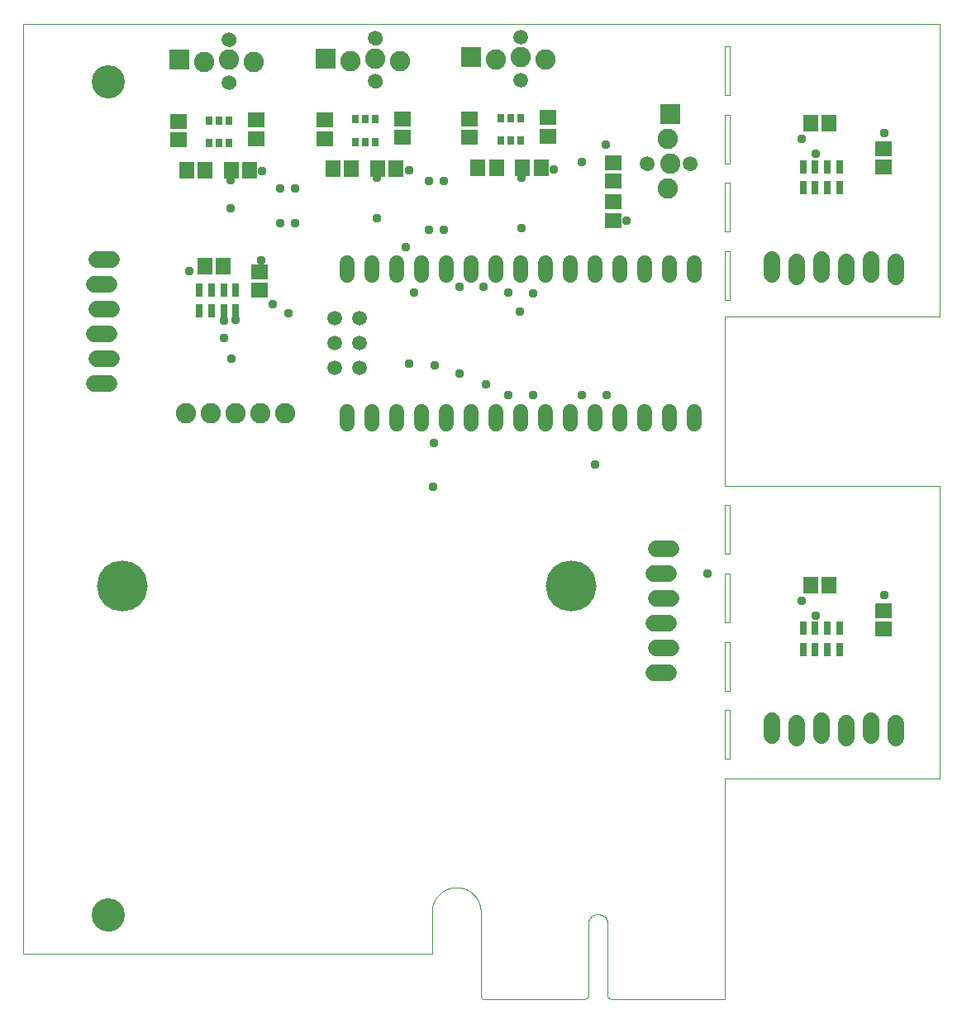
<source format=gts>
G04 EAGLE Gerber RS-274X export*
G75*
%MOMM*%
%FSLAX34Y34*%
%LPD*%
%INSolder Mask top*%
%IPPOS*%
%AMOC8*
5,1,8,0,0,1.08239X$1,22.5*%
G01*
%ADD10C,0.000000*%
%ADD11C,3.403200*%
%ADD12C,0.000003*%
%ADD13R,0.753200X1.353200*%
%ADD14C,1.511200*%
%ADD15C,1.511200*%
%ADD16R,1.703200X1.503200*%
%ADD17R,1.503200X1.703200*%
%ADD18C,1.727200*%
%ADD19R,2.082800X2.082800*%
%ADD20C,2.082800*%
%ADD21C,1.503200*%
%ADD22R,0.711200X0.903200*%
%ADD23C,5.203200*%
%ADD24C,0.959600*%


D10*
X-317900Y87150D02*
X-317895Y87543D01*
X-317881Y87935D01*
X-317857Y88327D01*
X-317823Y88718D01*
X-317780Y89109D01*
X-317727Y89498D01*
X-317664Y89885D01*
X-317593Y90271D01*
X-317511Y90656D01*
X-317421Y91038D01*
X-317320Y91417D01*
X-317211Y91795D01*
X-317092Y92169D01*
X-316965Y92540D01*
X-316828Y92908D01*
X-316682Y93273D01*
X-316527Y93634D01*
X-316364Y93991D01*
X-316192Y94344D01*
X-316011Y94692D01*
X-315821Y95036D01*
X-315624Y95376D01*
X-315418Y95710D01*
X-315204Y96039D01*
X-314981Y96363D01*
X-314751Y96681D01*
X-314514Y96994D01*
X-314268Y97300D01*
X-314015Y97601D01*
X-313755Y97895D01*
X-313488Y98183D01*
X-313214Y98464D01*
X-312933Y98738D01*
X-312645Y99005D01*
X-312351Y99265D01*
X-312050Y99518D01*
X-311744Y99764D01*
X-311431Y100001D01*
X-311113Y100231D01*
X-310789Y100454D01*
X-310460Y100668D01*
X-310126Y100874D01*
X-309786Y101071D01*
X-309442Y101261D01*
X-309094Y101442D01*
X-308741Y101614D01*
X-308384Y101777D01*
X-308023Y101932D01*
X-307658Y102078D01*
X-307290Y102215D01*
X-306919Y102342D01*
X-306545Y102461D01*
X-306167Y102570D01*
X-305788Y102671D01*
X-305406Y102761D01*
X-305021Y102843D01*
X-304635Y102914D01*
X-304248Y102977D01*
X-303859Y103030D01*
X-303468Y103073D01*
X-303077Y103107D01*
X-302685Y103131D01*
X-302293Y103145D01*
X-301900Y103150D01*
X-301507Y103145D01*
X-301115Y103131D01*
X-300723Y103107D01*
X-300332Y103073D01*
X-299941Y103030D01*
X-299552Y102977D01*
X-299165Y102914D01*
X-298779Y102843D01*
X-298394Y102761D01*
X-298012Y102671D01*
X-297633Y102570D01*
X-297255Y102461D01*
X-296881Y102342D01*
X-296510Y102215D01*
X-296142Y102078D01*
X-295777Y101932D01*
X-295416Y101777D01*
X-295059Y101614D01*
X-294706Y101442D01*
X-294358Y101261D01*
X-294014Y101071D01*
X-293674Y100874D01*
X-293340Y100668D01*
X-293011Y100454D01*
X-292687Y100231D01*
X-292369Y100001D01*
X-292056Y99764D01*
X-291750Y99518D01*
X-291449Y99265D01*
X-291155Y99005D01*
X-290867Y98738D01*
X-290586Y98464D01*
X-290312Y98183D01*
X-290045Y97895D01*
X-289785Y97601D01*
X-289532Y97300D01*
X-289286Y96994D01*
X-289049Y96681D01*
X-288819Y96363D01*
X-288596Y96039D01*
X-288382Y95710D01*
X-288176Y95376D01*
X-287979Y95036D01*
X-287789Y94692D01*
X-287608Y94344D01*
X-287436Y93991D01*
X-287273Y93634D01*
X-287118Y93273D01*
X-286972Y92908D01*
X-286835Y92540D01*
X-286708Y92169D01*
X-286589Y91795D01*
X-286480Y91417D01*
X-286379Y91038D01*
X-286289Y90656D01*
X-286207Y90271D01*
X-286136Y89885D01*
X-286073Y89498D01*
X-286020Y89109D01*
X-285977Y88718D01*
X-285943Y88327D01*
X-285919Y87935D01*
X-285905Y87543D01*
X-285900Y87150D01*
X-285905Y86757D01*
X-285919Y86365D01*
X-285943Y85973D01*
X-285977Y85582D01*
X-286020Y85191D01*
X-286073Y84802D01*
X-286136Y84415D01*
X-286207Y84029D01*
X-286289Y83644D01*
X-286379Y83262D01*
X-286480Y82883D01*
X-286589Y82505D01*
X-286708Y82131D01*
X-286835Y81760D01*
X-286972Y81392D01*
X-287118Y81027D01*
X-287273Y80666D01*
X-287436Y80309D01*
X-287608Y79956D01*
X-287789Y79608D01*
X-287979Y79264D01*
X-288176Y78924D01*
X-288382Y78590D01*
X-288596Y78261D01*
X-288819Y77937D01*
X-289049Y77619D01*
X-289286Y77306D01*
X-289532Y77000D01*
X-289785Y76699D01*
X-290045Y76405D01*
X-290312Y76117D01*
X-290586Y75836D01*
X-290867Y75562D01*
X-291155Y75295D01*
X-291449Y75035D01*
X-291750Y74782D01*
X-292056Y74536D01*
X-292369Y74299D01*
X-292687Y74069D01*
X-293011Y73846D01*
X-293340Y73632D01*
X-293674Y73426D01*
X-294014Y73229D01*
X-294358Y73039D01*
X-294706Y72858D01*
X-295059Y72686D01*
X-295416Y72523D01*
X-295777Y72368D01*
X-296142Y72222D01*
X-296510Y72085D01*
X-296881Y71958D01*
X-297255Y71839D01*
X-297633Y71730D01*
X-298012Y71629D01*
X-298394Y71539D01*
X-298779Y71457D01*
X-299165Y71386D01*
X-299552Y71323D01*
X-299941Y71270D01*
X-300332Y71227D01*
X-300723Y71193D01*
X-301115Y71169D01*
X-301507Y71155D01*
X-301900Y71150D01*
X-302293Y71155D01*
X-302685Y71169D01*
X-303077Y71193D01*
X-303468Y71227D01*
X-303859Y71270D01*
X-304248Y71323D01*
X-304635Y71386D01*
X-305021Y71457D01*
X-305406Y71539D01*
X-305788Y71629D01*
X-306167Y71730D01*
X-306545Y71839D01*
X-306919Y71958D01*
X-307290Y72085D01*
X-307658Y72222D01*
X-308023Y72368D01*
X-308384Y72523D01*
X-308741Y72686D01*
X-309094Y72858D01*
X-309442Y73039D01*
X-309786Y73229D01*
X-310126Y73426D01*
X-310460Y73632D01*
X-310789Y73846D01*
X-311113Y74069D01*
X-311431Y74299D01*
X-311744Y74536D01*
X-312050Y74782D01*
X-312351Y75035D01*
X-312645Y75295D01*
X-312933Y75562D01*
X-313214Y75836D01*
X-313488Y76117D01*
X-313755Y76405D01*
X-314015Y76699D01*
X-314268Y77000D01*
X-314514Y77306D01*
X-314751Y77619D01*
X-314981Y77937D01*
X-315204Y78261D01*
X-315418Y78590D01*
X-315624Y78924D01*
X-315821Y79264D01*
X-316011Y79608D01*
X-316192Y79956D01*
X-316364Y80309D01*
X-316527Y80666D01*
X-316682Y81027D01*
X-316828Y81392D01*
X-316965Y81760D01*
X-317092Y82131D01*
X-317211Y82505D01*
X-317320Y82883D01*
X-317421Y83262D01*
X-317511Y83644D01*
X-317593Y84029D01*
X-317664Y84415D01*
X-317727Y84802D01*
X-317780Y85191D01*
X-317823Y85582D01*
X-317857Y85973D01*
X-317881Y86365D01*
X-317895Y86757D01*
X-317900Y87150D01*
D11*
X-301900Y87150D03*
D10*
X-317900Y941050D02*
X-317895Y941443D01*
X-317881Y941835D01*
X-317857Y942227D01*
X-317823Y942618D01*
X-317780Y943009D01*
X-317727Y943398D01*
X-317664Y943785D01*
X-317593Y944171D01*
X-317511Y944556D01*
X-317421Y944938D01*
X-317320Y945317D01*
X-317211Y945695D01*
X-317092Y946069D01*
X-316965Y946440D01*
X-316828Y946808D01*
X-316682Y947173D01*
X-316527Y947534D01*
X-316364Y947891D01*
X-316192Y948244D01*
X-316011Y948592D01*
X-315821Y948936D01*
X-315624Y949276D01*
X-315418Y949610D01*
X-315204Y949939D01*
X-314981Y950263D01*
X-314751Y950581D01*
X-314514Y950894D01*
X-314268Y951200D01*
X-314015Y951501D01*
X-313755Y951795D01*
X-313488Y952083D01*
X-313214Y952364D01*
X-312933Y952638D01*
X-312645Y952905D01*
X-312351Y953165D01*
X-312050Y953418D01*
X-311744Y953664D01*
X-311431Y953901D01*
X-311113Y954131D01*
X-310789Y954354D01*
X-310460Y954568D01*
X-310126Y954774D01*
X-309786Y954971D01*
X-309442Y955161D01*
X-309094Y955342D01*
X-308741Y955514D01*
X-308384Y955677D01*
X-308023Y955832D01*
X-307658Y955978D01*
X-307290Y956115D01*
X-306919Y956242D01*
X-306545Y956361D01*
X-306167Y956470D01*
X-305788Y956571D01*
X-305406Y956661D01*
X-305021Y956743D01*
X-304635Y956814D01*
X-304248Y956877D01*
X-303859Y956930D01*
X-303468Y956973D01*
X-303077Y957007D01*
X-302685Y957031D01*
X-302293Y957045D01*
X-301900Y957050D01*
X-301507Y957045D01*
X-301115Y957031D01*
X-300723Y957007D01*
X-300332Y956973D01*
X-299941Y956930D01*
X-299552Y956877D01*
X-299165Y956814D01*
X-298779Y956743D01*
X-298394Y956661D01*
X-298012Y956571D01*
X-297633Y956470D01*
X-297255Y956361D01*
X-296881Y956242D01*
X-296510Y956115D01*
X-296142Y955978D01*
X-295777Y955832D01*
X-295416Y955677D01*
X-295059Y955514D01*
X-294706Y955342D01*
X-294358Y955161D01*
X-294014Y954971D01*
X-293674Y954774D01*
X-293340Y954568D01*
X-293011Y954354D01*
X-292687Y954131D01*
X-292369Y953901D01*
X-292056Y953664D01*
X-291750Y953418D01*
X-291449Y953165D01*
X-291155Y952905D01*
X-290867Y952638D01*
X-290586Y952364D01*
X-290312Y952083D01*
X-290045Y951795D01*
X-289785Y951501D01*
X-289532Y951200D01*
X-289286Y950894D01*
X-289049Y950581D01*
X-288819Y950263D01*
X-288596Y949939D01*
X-288382Y949610D01*
X-288176Y949276D01*
X-287979Y948936D01*
X-287789Y948592D01*
X-287608Y948244D01*
X-287436Y947891D01*
X-287273Y947534D01*
X-287118Y947173D01*
X-286972Y946808D01*
X-286835Y946440D01*
X-286708Y946069D01*
X-286589Y945695D01*
X-286480Y945317D01*
X-286379Y944938D01*
X-286289Y944556D01*
X-286207Y944171D01*
X-286136Y943785D01*
X-286073Y943398D01*
X-286020Y943009D01*
X-285977Y942618D01*
X-285943Y942227D01*
X-285919Y941835D01*
X-285905Y941443D01*
X-285900Y941050D01*
X-285905Y940657D01*
X-285919Y940265D01*
X-285943Y939873D01*
X-285977Y939482D01*
X-286020Y939091D01*
X-286073Y938702D01*
X-286136Y938315D01*
X-286207Y937929D01*
X-286289Y937544D01*
X-286379Y937162D01*
X-286480Y936783D01*
X-286589Y936405D01*
X-286708Y936031D01*
X-286835Y935660D01*
X-286972Y935292D01*
X-287118Y934927D01*
X-287273Y934566D01*
X-287436Y934209D01*
X-287608Y933856D01*
X-287789Y933508D01*
X-287979Y933164D01*
X-288176Y932824D01*
X-288382Y932490D01*
X-288596Y932161D01*
X-288819Y931837D01*
X-289049Y931519D01*
X-289286Y931206D01*
X-289532Y930900D01*
X-289785Y930599D01*
X-290045Y930305D01*
X-290312Y930017D01*
X-290586Y929736D01*
X-290867Y929462D01*
X-291155Y929195D01*
X-291449Y928935D01*
X-291750Y928682D01*
X-292056Y928436D01*
X-292369Y928199D01*
X-292687Y927969D01*
X-293011Y927746D01*
X-293340Y927532D01*
X-293674Y927326D01*
X-294014Y927129D01*
X-294358Y926939D01*
X-294706Y926758D01*
X-295059Y926586D01*
X-295416Y926423D01*
X-295777Y926268D01*
X-296142Y926122D01*
X-296510Y925985D01*
X-296881Y925858D01*
X-297255Y925739D01*
X-297633Y925630D01*
X-298012Y925529D01*
X-298394Y925439D01*
X-298779Y925357D01*
X-299165Y925286D01*
X-299552Y925223D01*
X-299941Y925170D01*
X-300332Y925127D01*
X-300723Y925093D01*
X-301115Y925069D01*
X-301507Y925055D01*
X-301900Y925050D01*
X-302293Y925055D01*
X-302685Y925069D01*
X-303077Y925093D01*
X-303468Y925127D01*
X-303859Y925170D01*
X-304248Y925223D01*
X-304635Y925286D01*
X-305021Y925357D01*
X-305406Y925439D01*
X-305788Y925529D01*
X-306167Y925630D01*
X-306545Y925739D01*
X-306919Y925858D01*
X-307290Y925985D01*
X-307658Y926122D01*
X-308023Y926268D01*
X-308384Y926423D01*
X-308741Y926586D01*
X-309094Y926758D01*
X-309442Y926939D01*
X-309786Y927129D01*
X-310126Y927326D01*
X-310460Y927532D01*
X-310789Y927746D01*
X-311113Y927969D01*
X-311431Y928199D01*
X-311744Y928436D01*
X-312050Y928682D01*
X-312351Y928935D01*
X-312645Y929195D01*
X-312933Y929462D01*
X-313214Y929736D01*
X-313488Y930017D01*
X-313755Y930305D01*
X-314015Y930599D01*
X-314268Y930900D01*
X-314514Y931206D01*
X-314751Y931519D01*
X-314981Y931837D01*
X-315204Y932161D01*
X-315418Y932490D01*
X-315624Y932824D01*
X-315821Y933164D01*
X-316011Y933508D01*
X-316192Y933856D01*
X-316364Y934209D01*
X-316527Y934566D01*
X-316682Y934927D01*
X-316828Y935292D01*
X-316965Y935660D01*
X-317092Y936031D01*
X-317211Y936405D01*
X-317320Y936783D01*
X-317421Y937162D01*
X-317511Y937544D01*
X-317593Y937929D01*
X-317664Y938315D01*
X-317727Y938702D01*
X-317780Y939091D01*
X-317823Y939482D01*
X-317857Y939873D01*
X-317881Y940265D01*
X-317895Y940657D01*
X-317900Y941050D01*
D11*
X-301900Y941050D03*
D12*
X79900Y90500D02*
X79900Y3500D01*
X81900Y500D01*
X186900Y500D01*
X209900Y3500D02*
X209900Y78000D01*
X189900Y3500D02*
X186900Y500D01*
X209900Y3500D02*
X212900Y500D01*
X330000Y500D01*
X209900Y78000D02*
X209897Y78244D01*
X209888Y78487D01*
X209873Y78730D01*
X209853Y78973D01*
X209826Y79215D01*
X209793Y79456D01*
X209755Y79696D01*
X209711Y79936D01*
X209661Y80174D01*
X209605Y80411D01*
X209543Y80647D01*
X209476Y80881D01*
X209403Y81113D01*
X209324Y81344D01*
X209240Y81572D01*
X209150Y81799D01*
X209055Y82023D01*
X208954Y82245D01*
X208848Y82464D01*
X208737Y82680D01*
X208620Y82894D01*
X208499Y83105D01*
X208372Y83313D01*
X208240Y83518D01*
X208103Y83719D01*
X207961Y83917D01*
X207815Y84112D01*
X207664Y84303D01*
X207508Y84490D01*
X207348Y84673D01*
X207183Y84853D01*
X207014Y85028D01*
X206841Y85199D01*
X206663Y85366D01*
X206482Y85528D01*
X206297Y85686D01*
X206108Y85840D01*
X205915Y85989D01*
X205719Y86133D01*
X205519Y86272D01*
X205316Y86407D01*
X205109Y86536D01*
X204900Y86660D01*
X204688Y86779D01*
X204472Y86893D01*
X204255Y87002D01*
X204034Y87105D01*
X203811Y87203D01*
X203586Y87296D01*
X203358Y87383D01*
X203129Y87464D01*
X202897Y87540D01*
X202664Y87610D01*
X202429Y87675D01*
X202193Y87734D01*
X201955Y87787D01*
X201716Y87834D01*
X201476Y87875D01*
X201235Y87910D01*
X200994Y87940D01*
X200751Y87964D01*
X200508Y87981D01*
X200265Y87993D01*
X200022Y87999D01*
X199778Y87999D01*
X199535Y87993D01*
X199292Y87981D01*
X199049Y87964D01*
X198806Y87940D01*
X198565Y87910D01*
X198324Y87875D01*
X198084Y87834D01*
X197845Y87787D01*
X197607Y87734D01*
X197371Y87675D01*
X197136Y87610D01*
X196903Y87540D01*
X196671Y87464D01*
X196442Y87383D01*
X196214Y87296D01*
X195989Y87203D01*
X195766Y87105D01*
X195545Y87002D01*
X195328Y86893D01*
X195112Y86779D01*
X194900Y86660D01*
X194691Y86536D01*
X194484Y86407D01*
X194281Y86272D01*
X194081Y86133D01*
X193885Y85989D01*
X193692Y85840D01*
X193503Y85686D01*
X193318Y85528D01*
X193137Y85366D01*
X192959Y85199D01*
X192786Y85028D01*
X192617Y84853D01*
X192452Y84673D01*
X192292Y84490D01*
X192136Y84303D01*
X191985Y84112D01*
X191839Y83917D01*
X191697Y83719D01*
X191560Y83518D01*
X191428Y83313D01*
X191301Y83105D01*
X191180Y82894D01*
X191063Y82680D01*
X190952Y82464D01*
X190846Y82245D01*
X190745Y82023D01*
X190650Y81799D01*
X190560Y81572D01*
X190476Y81344D01*
X190397Y81113D01*
X190324Y80881D01*
X190257Y80647D01*
X190195Y80411D01*
X190139Y80174D01*
X190089Y79936D01*
X190045Y79696D01*
X190007Y79456D01*
X189974Y79215D01*
X189947Y78973D01*
X189927Y78730D01*
X189912Y78487D01*
X189903Y78244D01*
X189900Y78000D01*
X54900Y115500D02*
X54296Y115493D01*
X53692Y115471D01*
X53089Y115434D01*
X52487Y115383D01*
X51887Y115318D01*
X51288Y115238D01*
X50691Y115143D01*
X50097Y115034D01*
X49505Y114911D01*
X48917Y114774D01*
X48332Y114622D01*
X47751Y114456D01*
X47175Y114276D01*
X46602Y114083D01*
X46035Y113875D01*
X45473Y113654D01*
X44916Y113420D01*
X44365Y113172D01*
X43820Y112911D01*
X43282Y112636D01*
X42750Y112349D01*
X42226Y112049D01*
X41709Y111737D01*
X41200Y111412D01*
X40698Y111075D01*
X40205Y110725D01*
X39721Y110364D01*
X39245Y109992D01*
X38779Y109608D01*
X38322Y109213D01*
X37875Y108807D01*
X37437Y108390D01*
X37010Y107963D01*
X36593Y107525D01*
X36187Y107078D01*
X35792Y106621D01*
X35408Y106155D01*
X35036Y105679D01*
X34675Y105195D01*
X34325Y104702D01*
X33988Y104200D01*
X33663Y103691D01*
X33351Y103174D01*
X33051Y102650D01*
X32764Y102118D01*
X32489Y101580D01*
X32228Y101035D01*
X31980Y100484D01*
X31746Y99927D01*
X31525Y99365D01*
X31317Y98798D01*
X31124Y98225D01*
X30944Y97649D01*
X30778Y97068D01*
X30626Y96483D01*
X30489Y95895D01*
X30366Y95303D01*
X30257Y94709D01*
X30162Y94112D01*
X30082Y93513D01*
X30017Y92913D01*
X29966Y92311D01*
X29929Y91708D01*
X29907Y91104D01*
X29900Y90500D01*
X54900Y115500D02*
X55504Y115493D01*
X56108Y115471D01*
X56711Y115434D01*
X57313Y115383D01*
X57913Y115318D01*
X58512Y115238D01*
X59109Y115143D01*
X59703Y115034D01*
X60295Y114911D01*
X60883Y114774D01*
X61468Y114622D01*
X62049Y114456D01*
X62625Y114276D01*
X63198Y114083D01*
X63765Y113875D01*
X64327Y113654D01*
X64884Y113420D01*
X65435Y113172D01*
X65980Y112911D01*
X66518Y112636D01*
X67050Y112349D01*
X67574Y112049D01*
X68091Y111737D01*
X68600Y111412D01*
X69102Y111075D01*
X69595Y110725D01*
X70079Y110364D01*
X70555Y109992D01*
X71021Y109608D01*
X71478Y109213D01*
X71925Y108807D01*
X72363Y108390D01*
X72790Y107963D01*
X73207Y107525D01*
X73613Y107078D01*
X74008Y106621D01*
X74392Y106155D01*
X74764Y105679D01*
X75125Y105195D01*
X75475Y104702D01*
X75812Y104200D01*
X76137Y103691D01*
X76449Y103174D01*
X76749Y102650D01*
X77036Y102118D01*
X77311Y101580D01*
X77572Y101035D01*
X77820Y100484D01*
X78054Y99927D01*
X78275Y99365D01*
X78483Y98798D01*
X78676Y98225D01*
X78856Y97649D01*
X79022Y97068D01*
X79174Y96483D01*
X79311Y95895D01*
X79434Y95303D01*
X79543Y94709D01*
X79638Y94112D01*
X79718Y93513D01*
X79783Y92913D01*
X79834Y92311D01*
X79871Y91708D01*
X79893Y91104D01*
X79900Y90500D01*
X29900Y90500D02*
X29900Y47500D01*
X-389090Y47500D02*
X-389090Y1000030D01*
X330000Y1000030D01*
X189900Y78000D02*
X189900Y3500D01*
X-389090Y47498D02*
X-389090Y47500D01*
X29900Y47500D01*
D10*
X330000Y700000D02*
X550000Y700000D01*
X550000Y1000030D01*
X330000Y1000030D01*
X330000Y227050D02*
X550000Y227050D01*
X550000Y527050D01*
X330000Y527050D01*
X330000Y227050D02*
X330000Y500D01*
X330000Y527050D02*
X330000Y700000D01*
X335000Y297050D02*
X335000Y247050D01*
X330000Y247050D01*
X330000Y297050D02*
X335000Y297050D01*
X330000Y297050D02*
X330000Y247050D01*
X335000Y317050D02*
X335000Y367050D01*
X335000Y317050D02*
X330000Y317050D01*
X330000Y367050D02*
X335000Y367050D01*
X330000Y367050D02*
X330000Y317050D01*
X335000Y387050D02*
X335000Y437050D01*
X335000Y387050D02*
X330000Y387050D01*
X330000Y437050D02*
X335000Y437050D01*
X330000Y437050D02*
X330000Y387050D01*
X335000Y457050D02*
X335000Y507050D01*
X335000Y457050D02*
X330000Y457050D01*
X330000Y507050D02*
X335000Y507050D01*
X330000Y507050D02*
X330000Y457050D01*
X335000Y717050D02*
X335000Y767050D01*
X335000Y717050D02*
X330000Y717050D01*
X330000Y767050D02*
X335000Y767050D01*
X330000Y767050D02*
X330000Y717050D01*
X335000Y787050D02*
X335000Y837050D01*
X335000Y787050D02*
X330000Y787050D01*
X330000Y837050D02*
X335000Y837050D01*
X330000Y837050D02*
X330000Y787050D01*
X335000Y857050D02*
X335000Y907050D01*
X335000Y857050D02*
X330000Y857050D01*
X330000Y907050D02*
X335000Y907050D01*
X330000Y907050D02*
X330000Y857050D01*
X335000Y927050D02*
X335000Y977050D01*
X335000Y927050D02*
X330000Y927050D01*
X330000Y977050D02*
X335000Y977050D01*
X330000Y977050D02*
X330000Y927050D01*
D13*
X-170870Y727320D03*
X-183370Y727320D03*
X-195870Y727320D03*
X-208370Y727320D03*
X-208370Y705820D03*
X-195870Y705820D03*
X-183370Y705820D03*
X-170870Y705820D03*
D14*
X-57020Y603190D02*
X-57020Y590110D01*
X-31620Y590110D02*
X-31620Y603190D01*
X-6220Y603190D02*
X-6220Y590110D01*
X19180Y590110D02*
X19180Y603190D01*
X44580Y603190D02*
X44580Y590110D01*
X69980Y590110D02*
X69980Y603190D01*
X95380Y603190D02*
X95380Y590110D01*
X120780Y590110D02*
X120780Y603190D01*
X146180Y603190D02*
X146180Y590110D01*
X171580Y590110D02*
X171580Y603190D01*
X196980Y603190D02*
X196980Y590110D01*
X222380Y590110D02*
X222380Y603190D01*
X-57020Y742510D02*
X-57020Y755590D01*
X-31620Y755590D02*
X-31620Y742510D01*
X-6220Y742510D02*
X-6220Y755590D01*
X146180Y755590D02*
X146180Y742510D01*
X171580Y742510D02*
X171580Y755590D01*
X196980Y755590D02*
X196980Y742510D01*
X222380Y742510D02*
X222380Y755590D01*
X298580Y755590D02*
X298580Y742510D01*
X298580Y603190D02*
X298580Y590110D01*
X273180Y590110D02*
X273180Y603190D01*
X247780Y603190D02*
X247780Y590110D01*
X273180Y742510D02*
X273180Y755590D01*
X247780Y755590D02*
X247780Y742510D01*
X19180Y742510D02*
X19180Y755590D01*
D15*
X-44320Y698250D03*
X-44320Y672850D03*
X-44320Y647450D03*
D14*
X120780Y742510D02*
X120780Y755590D01*
X95380Y755590D02*
X95380Y742510D01*
X69980Y742510D02*
X69980Y755590D01*
X44580Y755590D02*
X44580Y742510D01*
D15*
X-69720Y698250D03*
X-69720Y672850D03*
X-69720Y647450D03*
D16*
X-146330Y727260D03*
X-146330Y746260D03*
D17*
X-183930Y752130D03*
X-202930Y752130D03*
D18*
X-298500Y758570D02*
X-313740Y758570D01*
X-316280Y733170D02*
X-301040Y733170D01*
X-298500Y707770D02*
X-313740Y707770D01*
X-316280Y682370D02*
X-301040Y682370D01*
X-298500Y656970D02*
X-313740Y656970D01*
X-316280Y631570D02*
X-301040Y631570D01*
X257510Y335650D02*
X272750Y335650D01*
X275290Y361050D02*
X260050Y361050D01*
X257510Y386450D02*
X272750Y386450D01*
X275290Y411850D02*
X260050Y411850D01*
X257510Y437250D02*
X272750Y437250D01*
X275290Y462650D02*
X260050Y462650D01*
D19*
X-228600Y963210D03*
D20*
X-203200Y960670D03*
X-177800Y963210D03*
X-152400Y960670D03*
D10*
X-184300Y983940D02*
X-184298Y984101D01*
X-184292Y984261D01*
X-184282Y984422D01*
X-184268Y984582D01*
X-184250Y984742D01*
X-184229Y984901D01*
X-184203Y985060D01*
X-184173Y985218D01*
X-184140Y985375D01*
X-184102Y985532D01*
X-184061Y985687D01*
X-184016Y985841D01*
X-183967Y985994D01*
X-183914Y986146D01*
X-183858Y986297D01*
X-183797Y986446D01*
X-183734Y986594D01*
X-183666Y986740D01*
X-183595Y986884D01*
X-183521Y987026D01*
X-183443Y987167D01*
X-183361Y987305D01*
X-183276Y987442D01*
X-183188Y987576D01*
X-183096Y987708D01*
X-183001Y987838D01*
X-182903Y987966D01*
X-182802Y988091D01*
X-182698Y988213D01*
X-182591Y988333D01*
X-182481Y988450D01*
X-182368Y988565D01*
X-182252Y988676D01*
X-182133Y988785D01*
X-182012Y988890D01*
X-181888Y988993D01*
X-181762Y989093D01*
X-181634Y989189D01*
X-181503Y989282D01*
X-181369Y989372D01*
X-181234Y989459D01*
X-181096Y989542D01*
X-180957Y989622D01*
X-180815Y989698D01*
X-180672Y989771D01*
X-180527Y989840D01*
X-180380Y989906D01*
X-180232Y989968D01*
X-180082Y990026D01*
X-179931Y990081D01*
X-179778Y990132D01*
X-179624Y990179D01*
X-179469Y990222D01*
X-179313Y990261D01*
X-179157Y990297D01*
X-178999Y990328D01*
X-178841Y990356D01*
X-178682Y990380D01*
X-178522Y990400D01*
X-178362Y990416D01*
X-178202Y990428D01*
X-178041Y990436D01*
X-177880Y990440D01*
X-177720Y990440D01*
X-177559Y990436D01*
X-177398Y990428D01*
X-177238Y990416D01*
X-177078Y990400D01*
X-176918Y990380D01*
X-176759Y990356D01*
X-176601Y990328D01*
X-176443Y990297D01*
X-176287Y990261D01*
X-176131Y990222D01*
X-175976Y990179D01*
X-175822Y990132D01*
X-175669Y990081D01*
X-175518Y990026D01*
X-175368Y989968D01*
X-175220Y989906D01*
X-175073Y989840D01*
X-174928Y989771D01*
X-174785Y989698D01*
X-174643Y989622D01*
X-174504Y989542D01*
X-174366Y989459D01*
X-174231Y989372D01*
X-174097Y989282D01*
X-173966Y989189D01*
X-173838Y989093D01*
X-173712Y988993D01*
X-173588Y988890D01*
X-173467Y988785D01*
X-173348Y988676D01*
X-173232Y988565D01*
X-173119Y988450D01*
X-173009Y988333D01*
X-172902Y988213D01*
X-172798Y988091D01*
X-172697Y987966D01*
X-172599Y987838D01*
X-172504Y987708D01*
X-172412Y987576D01*
X-172324Y987442D01*
X-172239Y987305D01*
X-172157Y987167D01*
X-172079Y987026D01*
X-172005Y986884D01*
X-171934Y986740D01*
X-171866Y986594D01*
X-171803Y986446D01*
X-171742Y986297D01*
X-171686Y986146D01*
X-171633Y985994D01*
X-171584Y985841D01*
X-171539Y985687D01*
X-171498Y985532D01*
X-171460Y985375D01*
X-171427Y985218D01*
X-171397Y985060D01*
X-171371Y984901D01*
X-171350Y984742D01*
X-171332Y984582D01*
X-171318Y984422D01*
X-171308Y984261D01*
X-171302Y984101D01*
X-171300Y983940D01*
X-171302Y983779D01*
X-171308Y983619D01*
X-171318Y983458D01*
X-171332Y983298D01*
X-171350Y983138D01*
X-171371Y982979D01*
X-171397Y982820D01*
X-171427Y982662D01*
X-171460Y982505D01*
X-171498Y982348D01*
X-171539Y982193D01*
X-171584Y982039D01*
X-171633Y981886D01*
X-171686Y981734D01*
X-171742Y981583D01*
X-171803Y981434D01*
X-171866Y981286D01*
X-171934Y981140D01*
X-172005Y980996D01*
X-172079Y980854D01*
X-172157Y980713D01*
X-172239Y980575D01*
X-172324Y980438D01*
X-172412Y980304D01*
X-172504Y980172D01*
X-172599Y980042D01*
X-172697Y979914D01*
X-172798Y979789D01*
X-172902Y979667D01*
X-173009Y979547D01*
X-173119Y979430D01*
X-173232Y979315D01*
X-173348Y979204D01*
X-173467Y979095D01*
X-173588Y978990D01*
X-173712Y978887D01*
X-173838Y978787D01*
X-173966Y978691D01*
X-174097Y978598D01*
X-174231Y978508D01*
X-174366Y978421D01*
X-174504Y978338D01*
X-174643Y978258D01*
X-174785Y978182D01*
X-174928Y978109D01*
X-175073Y978040D01*
X-175220Y977974D01*
X-175368Y977912D01*
X-175518Y977854D01*
X-175669Y977799D01*
X-175822Y977748D01*
X-175976Y977701D01*
X-176131Y977658D01*
X-176287Y977619D01*
X-176443Y977583D01*
X-176601Y977552D01*
X-176759Y977524D01*
X-176918Y977500D01*
X-177078Y977480D01*
X-177238Y977464D01*
X-177398Y977452D01*
X-177559Y977444D01*
X-177720Y977440D01*
X-177880Y977440D01*
X-178041Y977444D01*
X-178202Y977452D01*
X-178362Y977464D01*
X-178522Y977480D01*
X-178682Y977500D01*
X-178841Y977524D01*
X-178999Y977552D01*
X-179157Y977583D01*
X-179313Y977619D01*
X-179469Y977658D01*
X-179624Y977701D01*
X-179778Y977748D01*
X-179931Y977799D01*
X-180082Y977854D01*
X-180232Y977912D01*
X-180380Y977974D01*
X-180527Y978040D01*
X-180672Y978109D01*
X-180815Y978182D01*
X-180957Y978258D01*
X-181096Y978338D01*
X-181234Y978421D01*
X-181369Y978508D01*
X-181503Y978598D01*
X-181634Y978691D01*
X-181762Y978787D01*
X-181888Y978887D01*
X-182012Y978990D01*
X-182133Y979095D01*
X-182252Y979204D01*
X-182368Y979315D01*
X-182481Y979430D01*
X-182591Y979547D01*
X-182698Y979667D01*
X-182802Y979789D01*
X-182903Y979914D01*
X-183001Y980042D01*
X-183096Y980172D01*
X-183188Y980304D01*
X-183276Y980438D01*
X-183361Y980575D01*
X-183443Y980713D01*
X-183521Y980854D01*
X-183595Y980996D01*
X-183666Y981140D01*
X-183734Y981286D01*
X-183797Y981434D01*
X-183858Y981583D01*
X-183914Y981734D01*
X-183967Y981886D01*
X-184016Y982039D01*
X-184061Y982193D01*
X-184102Y982348D01*
X-184140Y982505D01*
X-184173Y982662D01*
X-184203Y982820D01*
X-184229Y982979D01*
X-184250Y983138D01*
X-184268Y983298D01*
X-184282Y983458D01*
X-184292Y983619D01*
X-184298Y983779D01*
X-184300Y983940D01*
D21*
X-177800Y983940D03*
D10*
X-184300Y939940D02*
X-184298Y940101D01*
X-184292Y940261D01*
X-184282Y940422D01*
X-184268Y940582D01*
X-184250Y940742D01*
X-184229Y940901D01*
X-184203Y941060D01*
X-184173Y941218D01*
X-184140Y941375D01*
X-184102Y941532D01*
X-184061Y941687D01*
X-184016Y941841D01*
X-183967Y941994D01*
X-183914Y942146D01*
X-183858Y942297D01*
X-183797Y942446D01*
X-183734Y942594D01*
X-183666Y942740D01*
X-183595Y942884D01*
X-183521Y943026D01*
X-183443Y943167D01*
X-183361Y943305D01*
X-183276Y943442D01*
X-183188Y943576D01*
X-183096Y943708D01*
X-183001Y943838D01*
X-182903Y943966D01*
X-182802Y944091D01*
X-182698Y944213D01*
X-182591Y944333D01*
X-182481Y944450D01*
X-182368Y944565D01*
X-182252Y944676D01*
X-182133Y944785D01*
X-182012Y944890D01*
X-181888Y944993D01*
X-181762Y945093D01*
X-181634Y945189D01*
X-181503Y945282D01*
X-181369Y945372D01*
X-181234Y945459D01*
X-181096Y945542D01*
X-180957Y945622D01*
X-180815Y945698D01*
X-180672Y945771D01*
X-180527Y945840D01*
X-180380Y945906D01*
X-180232Y945968D01*
X-180082Y946026D01*
X-179931Y946081D01*
X-179778Y946132D01*
X-179624Y946179D01*
X-179469Y946222D01*
X-179313Y946261D01*
X-179157Y946297D01*
X-178999Y946328D01*
X-178841Y946356D01*
X-178682Y946380D01*
X-178522Y946400D01*
X-178362Y946416D01*
X-178202Y946428D01*
X-178041Y946436D01*
X-177880Y946440D01*
X-177720Y946440D01*
X-177559Y946436D01*
X-177398Y946428D01*
X-177238Y946416D01*
X-177078Y946400D01*
X-176918Y946380D01*
X-176759Y946356D01*
X-176601Y946328D01*
X-176443Y946297D01*
X-176287Y946261D01*
X-176131Y946222D01*
X-175976Y946179D01*
X-175822Y946132D01*
X-175669Y946081D01*
X-175518Y946026D01*
X-175368Y945968D01*
X-175220Y945906D01*
X-175073Y945840D01*
X-174928Y945771D01*
X-174785Y945698D01*
X-174643Y945622D01*
X-174504Y945542D01*
X-174366Y945459D01*
X-174231Y945372D01*
X-174097Y945282D01*
X-173966Y945189D01*
X-173838Y945093D01*
X-173712Y944993D01*
X-173588Y944890D01*
X-173467Y944785D01*
X-173348Y944676D01*
X-173232Y944565D01*
X-173119Y944450D01*
X-173009Y944333D01*
X-172902Y944213D01*
X-172798Y944091D01*
X-172697Y943966D01*
X-172599Y943838D01*
X-172504Y943708D01*
X-172412Y943576D01*
X-172324Y943442D01*
X-172239Y943305D01*
X-172157Y943167D01*
X-172079Y943026D01*
X-172005Y942884D01*
X-171934Y942740D01*
X-171866Y942594D01*
X-171803Y942446D01*
X-171742Y942297D01*
X-171686Y942146D01*
X-171633Y941994D01*
X-171584Y941841D01*
X-171539Y941687D01*
X-171498Y941532D01*
X-171460Y941375D01*
X-171427Y941218D01*
X-171397Y941060D01*
X-171371Y940901D01*
X-171350Y940742D01*
X-171332Y940582D01*
X-171318Y940422D01*
X-171308Y940261D01*
X-171302Y940101D01*
X-171300Y939940D01*
X-171302Y939779D01*
X-171308Y939619D01*
X-171318Y939458D01*
X-171332Y939298D01*
X-171350Y939138D01*
X-171371Y938979D01*
X-171397Y938820D01*
X-171427Y938662D01*
X-171460Y938505D01*
X-171498Y938348D01*
X-171539Y938193D01*
X-171584Y938039D01*
X-171633Y937886D01*
X-171686Y937734D01*
X-171742Y937583D01*
X-171803Y937434D01*
X-171866Y937286D01*
X-171934Y937140D01*
X-172005Y936996D01*
X-172079Y936854D01*
X-172157Y936713D01*
X-172239Y936575D01*
X-172324Y936438D01*
X-172412Y936304D01*
X-172504Y936172D01*
X-172599Y936042D01*
X-172697Y935914D01*
X-172798Y935789D01*
X-172902Y935667D01*
X-173009Y935547D01*
X-173119Y935430D01*
X-173232Y935315D01*
X-173348Y935204D01*
X-173467Y935095D01*
X-173588Y934990D01*
X-173712Y934887D01*
X-173838Y934787D01*
X-173966Y934691D01*
X-174097Y934598D01*
X-174231Y934508D01*
X-174366Y934421D01*
X-174504Y934338D01*
X-174643Y934258D01*
X-174785Y934182D01*
X-174928Y934109D01*
X-175073Y934040D01*
X-175220Y933974D01*
X-175368Y933912D01*
X-175518Y933854D01*
X-175669Y933799D01*
X-175822Y933748D01*
X-175976Y933701D01*
X-176131Y933658D01*
X-176287Y933619D01*
X-176443Y933583D01*
X-176601Y933552D01*
X-176759Y933524D01*
X-176918Y933500D01*
X-177078Y933480D01*
X-177238Y933464D01*
X-177398Y933452D01*
X-177559Y933444D01*
X-177720Y933440D01*
X-177880Y933440D01*
X-178041Y933444D01*
X-178202Y933452D01*
X-178362Y933464D01*
X-178522Y933480D01*
X-178682Y933500D01*
X-178841Y933524D01*
X-178999Y933552D01*
X-179157Y933583D01*
X-179313Y933619D01*
X-179469Y933658D01*
X-179624Y933701D01*
X-179778Y933748D01*
X-179931Y933799D01*
X-180082Y933854D01*
X-180232Y933912D01*
X-180380Y933974D01*
X-180527Y934040D01*
X-180672Y934109D01*
X-180815Y934182D01*
X-180957Y934258D01*
X-181096Y934338D01*
X-181234Y934421D01*
X-181369Y934508D01*
X-181503Y934598D01*
X-181634Y934691D01*
X-181762Y934787D01*
X-181888Y934887D01*
X-182012Y934990D01*
X-182133Y935095D01*
X-182252Y935204D01*
X-182368Y935315D01*
X-182481Y935430D01*
X-182591Y935547D01*
X-182698Y935667D01*
X-182802Y935789D01*
X-182903Y935914D01*
X-183001Y936042D01*
X-183096Y936172D01*
X-183188Y936304D01*
X-183276Y936438D01*
X-183361Y936575D01*
X-183443Y936713D01*
X-183521Y936854D01*
X-183595Y936996D01*
X-183666Y937140D01*
X-183734Y937286D01*
X-183797Y937434D01*
X-183858Y937583D01*
X-183914Y937734D01*
X-183967Y937886D01*
X-184016Y938039D01*
X-184061Y938193D01*
X-184102Y938348D01*
X-184140Y938505D01*
X-184173Y938662D01*
X-184203Y938820D01*
X-184229Y938979D01*
X-184250Y939138D01*
X-184268Y939298D01*
X-184282Y939458D01*
X-184292Y939619D01*
X-184298Y939779D01*
X-184300Y939940D01*
D21*
X-177800Y939940D03*
D22*
X-177960Y901170D03*
X-187960Y901170D03*
X-197960Y901170D03*
X-197960Y877930D03*
X-187960Y877930D03*
X-177960Y877930D03*
D16*
X-149860Y882590D03*
X-149860Y901590D03*
X-229870Y900320D03*
X-229870Y881320D03*
D17*
X-221590Y850180D03*
X-202590Y850180D03*
X-156870Y850180D03*
X-175870Y850180D03*
D19*
X-78740Y964480D03*
D20*
X-53340Y961940D03*
X-27940Y964480D03*
X-2540Y961940D03*
D10*
X-34440Y985210D02*
X-34438Y985371D01*
X-34432Y985531D01*
X-34422Y985692D01*
X-34408Y985852D01*
X-34390Y986012D01*
X-34369Y986171D01*
X-34343Y986330D01*
X-34313Y986488D01*
X-34280Y986645D01*
X-34242Y986802D01*
X-34201Y986957D01*
X-34156Y987111D01*
X-34107Y987264D01*
X-34054Y987416D01*
X-33998Y987567D01*
X-33937Y987716D01*
X-33874Y987864D01*
X-33806Y988010D01*
X-33735Y988154D01*
X-33661Y988296D01*
X-33583Y988437D01*
X-33501Y988575D01*
X-33416Y988712D01*
X-33328Y988846D01*
X-33236Y988978D01*
X-33141Y989108D01*
X-33043Y989236D01*
X-32942Y989361D01*
X-32838Y989483D01*
X-32731Y989603D01*
X-32621Y989720D01*
X-32508Y989835D01*
X-32392Y989946D01*
X-32273Y990055D01*
X-32152Y990160D01*
X-32028Y990263D01*
X-31902Y990363D01*
X-31774Y990459D01*
X-31643Y990552D01*
X-31509Y990642D01*
X-31374Y990729D01*
X-31236Y990812D01*
X-31097Y990892D01*
X-30955Y990968D01*
X-30812Y991041D01*
X-30667Y991110D01*
X-30520Y991176D01*
X-30372Y991238D01*
X-30222Y991296D01*
X-30071Y991351D01*
X-29918Y991402D01*
X-29764Y991449D01*
X-29609Y991492D01*
X-29453Y991531D01*
X-29297Y991567D01*
X-29139Y991598D01*
X-28981Y991626D01*
X-28822Y991650D01*
X-28662Y991670D01*
X-28502Y991686D01*
X-28342Y991698D01*
X-28181Y991706D01*
X-28020Y991710D01*
X-27860Y991710D01*
X-27699Y991706D01*
X-27538Y991698D01*
X-27378Y991686D01*
X-27218Y991670D01*
X-27058Y991650D01*
X-26899Y991626D01*
X-26741Y991598D01*
X-26583Y991567D01*
X-26427Y991531D01*
X-26271Y991492D01*
X-26116Y991449D01*
X-25962Y991402D01*
X-25809Y991351D01*
X-25658Y991296D01*
X-25508Y991238D01*
X-25360Y991176D01*
X-25213Y991110D01*
X-25068Y991041D01*
X-24925Y990968D01*
X-24783Y990892D01*
X-24644Y990812D01*
X-24506Y990729D01*
X-24371Y990642D01*
X-24237Y990552D01*
X-24106Y990459D01*
X-23978Y990363D01*
X-23852Y990263D01*
X-23728Y990160D01*
X-23607Y990055D01*
X-23488Y989946D01*
X-23372Y989835D01*
X-23259Y989720D01*
X-23149Y989603D01*
X-23042Y989483D01*
X-22938Y989361D01*
X-22837Y989236D01*
X-22739Y989108D01*
X-22644Y988978D01*
X-22552Y988846D01*
X-22464Y988712D01*
X-22379Y988575D01*
X-22297Y988437D01*
X-22219Y988296D01*
X-22145Y988154D01*
X-22074Y988010D01*
X-22006Y987864D01*
X-21943Y987716D01*
X-21882Y987567D01*
X-21826Y987416D01*
X-21773Y987264D01*
X-21724Y987111D01*
X-21679Y986957D01*
X-21638Y986802D01*
X-21600Y986645D01*
X-21567Y986488D01*
X-21537Y986330D01*
X-21511Y986171D01*
X-21490Y986012D01*
X-21472Y985852D01*
X-21458Y985692D01*
X-21448Y985531D01*
X-21442Y985371D01*
X-21440Y985210D01*
X-21442Y985049D01*
X-21448Y984889D01*
X-21458Y984728D01*
X-21472Y984568D01*
X-21490Y984408D01*
X-21511Y984249D01*
X-21537Y984090D01*
X-21567Y983932D01*
X-21600Y983775D01*
X-21638Y983618D01*
X-21679Y983463D01*
X-21724Y983309D01*
X-21773Y983156D01*
X-21826Y983004D01*
X-21882Y982853D01*
X-21943Y982704D01*
X-22006Y982556D01*
X-22074Y982410D01*
X-22145Y982266D01*
X-22219Y982124D01*
X-22297Y981983D01*
X-22379Y981845D01*
X-22464Y981708D01*
X-22552Y981574D01*
X-22644Y981442D01*
X-22739Y981312D01*
X-22837Y981184D01*
X-22938Y981059D01*
X-23042Y980937D01*
X-23149Y980817D01*
X-23259Y980700D01*
X-23372Y980585D01*
X-23488Y980474D01*
X-23607Y980365D01*
X-23728Y980260D01*
X-23852Y980157D01*
X-23978Y980057D01*
X-24106Y979961D01*
X-24237Y979868D01*
X-24371Y979778D01*
X-24506Y979691D01*
X-24644Y979608D01*
X-24783Y979528D01*
X-24925Y979452D01*
X-25068Y979379D01*
X-25213Y979310D01*
X-25360Y979244D01*
X-25508Y979182D01*
X-25658Y979124D01*
X-25809Y979069D01*
X-25962Y979018D01*
X-26116Y978971D01*
X-26271Y978928D01*
X-26427Y978889D01*
X-26583Y978853D01*
X-26741Y978822D01*
X-26899Y978794D01*
X-27058Y978770D01*
X-27218Y978750D01*
X-27378Y978734D01*
X-27538Y978722D01*
X-27699Y978714D01*
X-27860Y978710D01*
X-28020Y978710D01*
X-28181Y978714D01*
X-28342Y978722D01*
X-28502Y978734D01*
X-28662Y978750D01*
X-28822Y978770D01*
X-28981Y978794D01*
X-29139Y978822D01*
X-29297Y978853D01*
X-29453Y978889D01*
X-29609Y978928D01*
X-29764Y978971D01*
X-29918Y979018D01*
X-30071Y979069D01*
X-30222Y979124D01*
X-30372Y979182D01*
X-30520Y979244D01*
X-30667Y979310D01*
X-30812Y979379D01*
X-30955Y979452D01*
X-31097Y979528D01*
X-31236Y979608D01*
X-31374Y979691D01*
X-31509Y979778D01*
X-31643Y979868D01*
X-31774Y979961D01*
X-31902Y980057D01*
X-32028Y980157D01*
X-32152Y980260D01*
X-32273Y980365D01*
X-32392Y980474D01*
X-32508Y980585D01*
X-32621Y980700D01*
X-32731Y980817D01*
X-32838Y980937D01*
X-32942Y981059D01*
X-33043Y981184D01*
X-33141Y981312D01*
X-33236Y981442D01*
X-33328Y981574D01*
X-33416Y981708D01*
X-33501Y981845D01*
X-33583Y981983D01*
X-33661Y982124D01*
X-33735Y982266D01*
X-33806Y982410D01*
X-33874Y982556D01*
X-33937Y982704D01*
X-33998Y982853D01*
X-34054Y983004D01*
X-34107Y983156D01*
X-34156Y983309D01*
X-34201Y983463D01*
X-34242Y983618D01*
X-34280Y983775D01*
X-34313Y983932D01*
X-34343Y984090D01*
X-34369Y984249D01*
X-34390Y984408D01*
X-34408Y984568D01*
X-34422Y984728D01*
X-34432Y984889D01*
X-34438Y985049D01*
X-34440Y985210D01*
D21*
X-27940Y985210D03*
D10*
X-34440Y941210D02*
X-34438Y941371D01*
X-34432Y941531D01*
X-34422Y941692D01*
X-34408Y941852D01*
X-34390Y942012D01*
X-34369Y942171D01*
X-34343Y942330D01*
X-34313Y942488D01*
X-34280Y942645D01*
X-34242Y942802D01*
X-34201Y942957D01*
X-34156Y943111D01*
X-34107Y943264D01*
X-34054Y943416D01*
X-33998Y943567D01*
X-33937Y943716D01*
X-33874Y943864D01*
X-33806Y944010D01*
X-33735Y944154D01*
X-33661Y944296D01*
X-33583Y944437D01*
X-33501Y944575D01*
X-33416Y944712D01*
X-33328Y944846D01*
X-33236Y944978D01*
X-33141Y945108D01*
X-33043Y945236D01*
X-32942Y945361D01*
X-32838Y945483D01*
X-32731Y945603D01*
X-32621Y945720D01*
X-32508Y945835D01*
X-32392Y945946D01*
X-32273Y946055D01*
X-32152Y946160D01*
X-32028Y946263D01*
X-31902Y946363D01*
X-31774Y946459D01*
X-31643Y946552D01*
X-31509Y946642D01*
X-31374Y946729D01*
X-31236Y946812D01*
X-31097Y946892D01*
X-30955Y946968D01*
X-30812Y947041D01*
X-30667Y947110D01*
X-30520Y947176D01*
X-30372Y947238D01*
X-30222Y947296D01*
X-30071Y947351D01*
X-29918Y947402D01*
X-29764Y947449D01*
X-29609Y947492D01*
X-29453Y947531D01*
X-29297Y947567D01*
X-29139Y947598D01*
X-28981Y947626D01*
X-28822Y947650D01*
X-28662Y947670D01*
X-28502Y947686D01*
X-28342Y947698D01*
X-28181Y947706D01*
X-28020Y947710D01*
X-27860Y947710D01*
X-27699Y947706D01*
X-27538Y947698D01*
X-27378Y947686D01*
X-27218Y947670D01*
X-27058Y947650D01*
X-26899Y947626D01*
X-26741Y947598D01*
X-26583Y947567D01*
X-26427Y947531D01*
X-26271Y947492D01*
X-26116Y947449D01*
X-25962Y947402D01*
X-25809Y947351D01*
X-25658Y947296D01*
X-25508Y947238D01*
X-25360Y947176D01*
X-25213Y947110D01*
X-25068Y947041D01*
X-24925Y946968D01*
X-24783Y946892D01*
X-24644Y946812D01*
X-24506Y946729D01*
X-24371Y946642D01*
X-24237Y946552D01*
X-24106Y946459D01*
X-23978Y946363D01*
X-23852Y946263D01*
X-23728Y946160D01*
X-23607Y946055D01*
X-23488Y945946D01*
X-23372Y945835D01*
X-23259Y945720D01*
X-23149Y945603D01*
X-23042Y945483D01*
X-22938Y945361D01*
X-22837Y945236D01*
X-22739Y945108D01*
X-22644Y944978D01*
X-22552Y944846D01*
X-22464Y944712D01*
X-22379Y944575D01*
X-22297Y944437D01*
X-22219Y944296D01*
X-22145Y944154D01*
X-22074Y944010D01*
X-22006Y943864D01*
X-21943Y943716D01*
X-21882Y943567D01*
X-21826Y943416D01*
X-21773Y943264D01*
X-21724Y943111D01*
X-21679Y942957D01*
X-21638Y942802D01*
X-21600Y942645D01*
X-21567Y942488D01*
X-21537Y942330D01*
X-21511Y942171D01*
X-21490Y942012D01*
X-21472Y941852D01*
X-21458Y941692D01*
X-21448Y941531D01*
X-21442Y941371D01*
X-21440Y941210D01*
X-21442Y941049D01*
X-21448Y940889D01*
X-21458Y940728D01*
X-21472Y940568D01*
X-21490Y940408D01*
X-21511Y940249D01*
X-21537Y940090D01*
X-21567Y939932D01*
X-21600Y939775D01*
X-21638Y939618D01*
X-21679Y939463D01*
X-21724Y939309D01*
X-21773Y939156D01*
X-21826Y939004D01*
X-21882Y938853D01*
X-21943Y938704D01*
X-22006Y938556D01*
X-22074Y938410D01*
X-22145Y938266D01*
X-22219Y938124D01*
X-22297Y937983D01*
X-22379Y937845D01*
X-22464Y937708D01*
X-22552Y937574D01*
X-22644Y937442D01*
X-22739Y937312D01*
X-22837Y937184D01*
X-22938Y937059D01*
X-23042Y936937D01*
X-23149Y936817D01*
X-23259Y936700D01*
X-23372Y936585D01*
X-23488Y936474D01*
X-23607Y936365D01*
X-23728Y936260D01*
X-23852Y936157D01*
X-23978Y936057D01*
X-24106Y935961D01*
X-24237Y935868D01*
X-24371Y935778D01*
X-24506Y935691D01*
X-24644Y935608D01*
X-24783Y935528D01*
X-24925Y935452D01*
X-25068Y935379D01*
X-25213Y935310D01*
X-25360Y935244D01*
X-25508Y935182D01*
X-25658Y935124D01*
X-25809Y935069D01*
X-25962Y935018D01*
X-26116Y934971D01*
X-26271Y934928D01*
X-26427Y934889D01*
X-26583Y934853D01*
X-26741Y934822D01*
X-26899Y934794D01*
X-27058Y934770D01*
X-27218Y934750D01*
X-27378Y934734D01*
X-27538Y934722D01*
X-27699Y934714D01*
X-27860Y934710D01*
X-28020Y934710D01*
X-28181Y934714D01*
X-28342Y934722D01*
X-28502Y934734D01*
X-28662Y934750D01*
X-28822Y934770D01*
X-28981Y934794D01*
X-29139Y934822D01*
X-29297Y934853D01*
X-29453Y934889D01*
X-29609Y934928D01*
X-29764Y934971D01*
X-29918Y935018D01*
X-30071Y935069D01*
X-30222Y935124D01*
X-30372Y935182D01*
X-30520Y935244D01*
X-30667Y935310D01*
X-30812Y935379D01*
X-30955Y935452D01*
X-31097Y935528D01*
X-31236Y935608D01*
X-31374Y935691D01*
X-31509Y935778D01*
X-31643Y935868D01*
X-31774Y935961D01*
X-31902Y936057D01*
X-32028Y936157D01*
X-32152Y936260D01*
X-32273Y936365D01*
X-32392Y936474D01*
X-32508Y936585D01*
X-32621Y936700D01*
X-32731Y936817D01*
X-32838Y936937D01*
X-32942Y937059D01*
X-33043Y937184D01*
X-33141Y937312D01*
X-33236Y937442D01*
X-33328Y937574D01*
X-33416Y937708D01*
X-33501Y937845D01*
X-33583Y937983D01*
X-33661Y938124D01*
X-33735Y938266D01*
X-33806Y938410D01*
X-33874Y938556D01*
X-33937Y938704D01*
X-33998Y938853D01*
X-34054Y939004D01*
X-34107Y939156D01*
X-34156Y939309D01*
X-34201Y939463D01*
X-34242Y939618D01*
X-34280Y939775D01*
X-34313Y939932D01*
X-34343Y940090D01*
X-34369Y940249D01*
X-34390Y940408D01*
X-34408Y940568D01*
X-34422Y940728D01*
X-34432Y940889D01*
X-34438Y941049D01*
X-34440Y941210D01*
D21*
X-27940Y941210D03*
D22*
X-28100Y902440D03*
X-38100Y902440D03*
X-48100Y902440D03*
X-48100Y879200D03*
X-38100Y879200D03*
X-28100Y879200D03*
D16*
X0Y883860D03*
X0Y902860D03*
X-80010Y901590D03*
X-80010Y882590D03*
D17*
X-71730Y851450D03*
X-52730Y851450D03*
X-7010Y851450D03*
X-26010Y851450D03*
D19*
X69850Y965750D03*
D20*
X95250Y963210D03*
X120650Y965750D03*
X146050Y963210D03*
D10*
X114150Y986480D02*
X114152Y986641D01*
X114158Y986801D01*
X114168Y986962D01*
X114182Y987122D01*
X114200Y987282D01*
X114221Y987441D01*
X114247Y987600D01*
X114277Y987758D01*
X114310Y987915D01*
X114348Y988072D01*
X114389Y988227D01*
X114434Y988381D01*
X114483Y988534D01*
X114536Y988686D01*
X114592Y988837D01*
X114653Y988986D01*
X114716Y989134D01*
X114784Y989280D01*
X114855Y989424D01*
X114929Y989566D01*
X115007Y989707D01*
X115089Y989845D01*
X115174Y989982D01*
X115262Y990116D01*
X115354Y990248D01*
X115449Y990378D01*
X115547Y990506D01*
X115648Y990631D01*
X115752Y990753D01*
X115859Y990873D01*
X115969Y990990D01*
X116082Y991105D01*
X116198Y991216D01*
X116317Y991325D01*
X116438Y991430D01*
X116562Y991533D01*
X116688Y991633D01*
X116816Y991729D01*
X116947Y991822D01*
X117081Y991912D01*
X117216Y991999D01*
X117354Y992082D01*
X117493Y992162D01*
X117635Y992238D01*
X117778Y992311D01*
X117923Y992380D01*
X118070Y992446D01*
X118218Y992508D01*
X118368Y992566D01*
X118519Y992621D01*
X118672Y992672D01*
X118826Y992719D01*
X118981Y992762D01*
X119137Y992801D01*
X119293Y992837D01*
X119451Y992868D01*
X119609Y992896D01*
X119768Y992920D01*
X119928Y992940D01*
X120088Y992956D01*
X120248Y992968D01*
X120409Y992976D01*
X120570Y992980D01*
X120730Y992980D01*
X120891Y992976D01*
X121052Y992968D01*
X121212Y992956D01*
X121372Y992940D01*
X121532Y992920D01*
X121691Y992896D01*
X121849Y992868D01*
X122007Y992837D01*
X122163Y992801D01*
X122319Y992762D01*
X122474Y992719D01*
X122628Y992672D01*
X122781Y992621D01*
X122932Y992566D01*
X123082Y992508D01*
X123230Y992446D01*
X123377Y992380D01*
X123522Y992311D01*
X123665Y992238D01*
X123807Y992162D01*
X123946Y992082D01*
X124084Y991999D01*
X124219Y991912D01*
X124353Y991822D01*
X124484Y991729D01*
X124612Y991633D01*
X124738Y991533D01*
X124862Y991430D01*
X124983Y991325D01*
X125102Y991216D01*
X125218Y991105D01*
X125331Y990990D01*
X125441Y990873D01*
X125548Y990753D01*
X125652Y990631D01*
X125753Y990506D01*
X125851Y990378D01*
X125946Y990248D01*
X126038Y990116D01*
X126126Y989982D01*
X126211Y989845D01*
X126293Y989707D01*
X126371Y989566D01*
X126445Y989424D01*
X126516Y989280D01*
X126584Y989134D01*
X126647Y988986D01*
X126708Y988837D01*
X126764Y988686D01*
X126817Y988534D01*
X126866Y988381D01*
X126911Y988227D01*
X126952Y988072D01*
X126990Y987915D01*
X127023Y987758D01*
X127053Y987600D01*
X127079Y987441D01*
X127100Y987282D01*
X127118Y987122D01*
X127132Y986962D01*
X127142Y986801D01*
X127148Y986641D01*
X127150Y986480D01*
X127148Y986319D01*
X127142Y986159D01*
X127132Y985998D01*
X127118Y985838D01*
X127100Y985678D01*
X127079Y985519D01*
X127053Y985360D01*
X127023Y985202D01*
X126990Y985045D01*
X126952Y984888D01*
X126911Y984733D01*
X126866Y984579D01*
X126817Y984426D01*
X126764Y984274D01*
X126708Y984123D01*
X126647Y983974D01*
X126584Y983826D01*
X126516Y983680D01*
X126445Y983536D01*
X126371Y983394D01*
X126293Y983253D01*
X126211Y983115D01*
X126126Y982978D01*
X126038Y982844D01*
X125946Y982712D01*
X125851Y982582D01*
X125753Y982454D01*
X125652Y982329D01*
X125548Y982207D01*
X125441Y982087D01*
X125331Y981970D01*
X125218Y981855D01*
X125102Y981744D01*
X124983Y981635D01*
X124862Y981530D01*
X124738Y981427D01*
X124612Y981327D01*
X124484Y981231D01*
X124353Y981138D01*
X124219Y981048D01*
X124084Y980961D01*
X123946Y980878D01*
X123807Y980798D01*
X123665Y980722D01*
X123522Y980649D01*
X123377Y980580D01*
X123230Y980514D01*
X123082Y980452D01*
X122932Y980394D01*
X122781Y980339D01*
X122628Y980288D01*
X122474Y980241D01*
X122319Y980198D01*
X122163Y980159D01*
X122007Y980123D01*
X121849Y980092D01*
X121691Y980064D01*
X121532Y980040D01*
X121372Y980020D01*
X121212Y980004D01*
X121052Y979992D01*
X120891Y979984D01*
X120730Y979980D01*
X120570Y979980D01*
X120409Y979984D01*
X120248Y979992D01*
X120088Y980004D01*
X119928Y980020D01*
X119768Y980040D01*
X119609Y980064D01*
X119451Y980092D01*
X119293Y980123D01*
X119137Y980159D01*
X118981Y980198D01*
X118826Y980241D01*
X118672Y980288D01*
X118519Y980339D01*
X118368Y980394D01*
X118218Y980452D01*
X118070Y980514D01*
X117923Y980580D01*
X117778Y980649D01*
X117635Y980722D01*
X117493Y980798D01*
X117354Y980878D01*
X117216Y980961D01*
X117081Y981048D01*
X116947Y981138D01*
X116816Y981231D01*
X116688Y981327D01*
X116562Y981427D01*
X116438Y981530D01*
X116317Y981635D01*
X116198Y981744D01*
X116082Y981855D01*
X115969Y981970D01*
X115859Y982087D01*
X115752Y982207D01*
X115648Y982329D01*
X115547Y982454D01*
X115449Y982582D01*
X115354Y982712D01*
X115262Y982844D01*
X115174Y982978D01*
X115089Y983115D01*
X115007Y983253D01*
X114929Y983394D01*
X114855Y983536D01*
X114784Y983680D01*
X114716Y983826D01*
X114653Y983974D01*
X114592Y984123D01*
X114536Y984274D01*
X114483Y984426D01*
X114434Y984579D01*
X114389Y984733D01*
X114348Y984888D01*
X114310Y985045D01*
X114277Y985202D01*
X114247Y985360D01*
X114221Y985519D01*
X114200Y985678D01*
X114182Y985838D01*
X114168Y985998D01*
X114158Y986159D01*
X114152Y986319D01*
X114150Y986480D01*
D21*
X120650Y986480D03*
D10*
X114150Y942480D02*
X114152Y942641D01*
X114158Y942801D01*
X114168Y942962D01*
X114182Y943122D01*
X114200Y943282D01*
X114221Y943441D01*
X114247Y943600D01*
X114277Y943758D01*
X114310Y943915D01*
X114348Y944072D01*
X114389Y944227D01*
X114434Y944381D01*
X114483Y944534D01*
X114536Y944686D01*
X114592Y944837D01*
X114653Y944986D01*
X114716Y945134D01*
X114784Y945280D01*
X114855Y945424D01*
X114929Y945566D01*
X115007Y945707D01*
X115089Y945845D01*
X115174Y945982D01*
X115262Y946116D01*
X115354Y946248D01*
X115449Y946378D01*
X115547Y946506D01*
X115648Y946631D01*
X115752Y946753D01*
X115859Y946873D01*
X115969Y946990D01*
X116082Y947105D01*
X116198Y947216D01*
X116317Y947325D01*
X116438Y947430D01*
X116562Y947533D01*
X116688Y947633D01*
X116816Y947729D01*
X116947Y947822D01*
X117081Y947912D01*
X117216Y947999D01*
X117354Y948082D01*
X117493Y948162D01*
X117635Y948238D01*
X117778Y948311D01*
X117923Y948380D01*
X118070Y948446D01*
X118218Y948508D01*
X118368Y948566D01*
X118519Y948621D01*
X118672Y948672D01*
X118826Y948719D01*
X118981Y948762D01*
X119137Y948801D01*
X119293Y948837D01*
X119451Y948868D01*
X119609Y948896D01*
X119768Y948920D01*
X119928Y948940D01*
X120088Y948956D01*
X120248Y948968D01*
X120409Y948976D01*
X120570Y948980D01*
X120730Y948980D01*
X120891Y948976D01*
X121052Y948968D01*
X121212Y948956D01*
X121372Y948940D01*
X121532Y948920D01*
X121691Y948896D01*
X121849Y948868D01*
X122007Y948837D01*
X122163Y948801D01*
X122319Y948762D01*
X122474Y948719D01*
X122628Y948672D01*
X122781Y948621D01*
X122932Y948566D01*
X123082Y948508D01*
X123230Y948446D01*
X123377Y948380D01*
X123522Y948311D01*
X123665Y948238D01*
X123807Y948162D01*
X123946Y948082D01*
X124084Y947999D01*
X124219Y947912D01*
X124353Y947822D01*
X124484Y947729D01*
X124612Y947633D01*
X124738Y947533D01*
X124862Y947430D01*
X124983Y947325D01*
X125102Y947216D01*
X125218Y947105D01*
X125331Y946990D01*
X125441Y946873D01*
X125548Y946753D01*
X125652Y946631D01*
X125753Y946506D01*
X125851Y946378D01*
X125946Y946248D01*
X126038Y946116D01*
X126126Y945982D01*
X126211Y945845D01*
X126293Y945707D01*
X126371Y945566D01*
X126445Y945424D01*
X126516Y945280D01*
X126584Y945134D01*
X126647Y944986D01*
X126708Y944837D01*
X126764Y944686D01*
X126817Y944534D01*
X126866Y944381D01*
X126911Y944227D01*
X126952Y944072D01*
X126990Y943915D01*
X127023Y943758D01*
X127053Y943600D01*
X127079Y943441D01*
X127100Y943282D01*
X127118Y943122D01*
X127132Y942962D01*
X127142Y942801D01*
X127148Y942641D01*
X127150Y942480D01*
X127148Y942319D01*
X127142Y942159D01*
X127132Y941998D01*
X127118Y941838D01*
X127100Y941678D01*
X127079Y941519D01*
X127053Y941360D01*
X127023Y941202D01*
X126990Y941045D01*
X126952Y940888D01*
X126911Y940733D01*
X126866Y940579D01*
X126817Y940426D01*
X126764Y940274D01*
X126708Y940123D01*
X126647Y939974D01*
X126584Y939826D01*
X126516Y939680D01*
X126445Y939536D01*
X126371Y939394D01*
X126293Y939253D01*
X126211Y939115D01*
X126126Y938978D01*
X126038Y938844D01*
X125946Y938712D01*
X125851Y938582D01*
X125753Y938454D01*
X125652Y938329D01*
X125548Y938207D01*
X125441Y938087D01*
X125331Y937970D01*
X125218Y937855D01*
X125102Y937744D01*
X124983Y937635D01*
X124862Y937530D01*
X124738Y937427D01*
X124612Y937327D01*
X124484Y937231D01*
X124353Y937138D01*
X124219Y937048D01*
X124084Y936961D01*
X123946Y936878D01*
X123807Y936798D01*
X123665Y936722D01*
X123522Y936649D01*
X123377Y936580D01*
X123230Y936514D01*
X123082Y936452D01*
X122932Y936394D01*
X122781Y936339D01*
X122628Y936288D01*
X122474Y936241D01*
X122319Y936198D01*
X122163Y936159D01*
X122007Y936123D01*
X121849Y936092D01*
X121691Y936064D01*
X121532Y936040D01*
X121372Y936020D01*
X121212Y936004D01*
X121052Y935992D01*
X120891Y935984D01*
X120730Y935980D01*
X120570Y935980D01*
X120409Y935984D01*
X120248Y935992D01*
X120088Y936004D01*
X119928Y936020D01*
X119768Y936040D01*
X119609Y936064D01*
X119451Y936092D01*
X119293Y936123D01*
X119137Y936159D01*
X118981Y936198D01*
X118826Y936241D01*
X118672Y936288D01*
X118519Y936339D01*
X118368Y936394D01*
X118218Y936452D01*
X118070Y936514D01*
X117923Y936580D01*
X117778Y936649D01*
X117635Y936722D01*
X117493Y936798D01*
X117354Y936878D01*
X117216Y936961D01*
X117081Y937048D01*
X116947Y937138D01*
X116816Y937231D01*
X116688Y937327D01*
X116562Y937427D01*
X116438Y937530D01*
X116317Y937635D01*
X116198Y937744D01*
X116082Y937855D01*
X115969Y937970D01*
X115859Y938087D01*
X115752Y938207D01*
X115648Y938329D01*
X115547Y938454D01*
X115449Y938582D01*
X115354Y938712D01*
X115262Y938844D01*
X115174Y938978D01*
X115089Y939115D01*
X115007Y939253D01*
X114929Y939394D01*
X114855Y939536D01*
X114784Y939680D01*
X114716Y939826D01*
X114653Y939974D01*
X114592Y940123D01*
X114536Y940274D01*
X114483Y940426D01*
X114434Y940579D01*
X114389Y940733D01*
X114348Y940888D01*
X114310Y941045D01*
X114277Y941202D01*
X114247Y941360D01*
X114221Y941519D01*
X114200Y941678D01*
X114182Y941838D01*
X114168Y941998D01*
X114158Y942159D01*
X114152Y942319D01*
X114150Y942480D01*
D21*
X120650Y942480D03*
D22*
X120490Y903710D03*
X110490Y903710D03*
X100490Y903710D03*
X100490Y880470D03*
X110490Y880470D03*
X120490Y880470D03*
D16*
X148590Y885130D03*
X148590Y904130D03*
X68580Y902860D03*
X68580Y883860D03*
D17*
X76860Y852720D03*
X95860Y852720D03*
X141580Y852720D03*
X122580Y852720D03*
D19*
X273710Y907480D03*
D20*
X271170Y882080D03*
X273710Y856680D03*
X271170Y831280D03*
D10*
X287940Y856680D02*
X287942Y856841D01*
X287948Y857001D01*
X287958Y857162D01*
X287972Y857322D01*
X287990Y857482D01*
X288011Y857641D01*
X288037Y857800D01*
X288067Y857958D01*
X288100Y858115D01*
X288138Y858272D01*
X288179Y858427D01*
X288224Y858581D01*
X288273Y858734D01*
X288326Y858886D01*
X288382Y859037D01*
X288443Y859186D01*
X288506Y859334D01*
X288574Y859480D01*
X288645Y859624D01*
X288719Y859766D01*
X288797Y859907D01*
X288879Y860045D01*
X288964Y860182D01*
X289052Y860316D01*
X289144Y860448D01*
X289239Y860578D01*
X289337Y860706D01*
X289438Y860831D01*
X289542Y860953D01*
X289649Y861073D01*
X289759Y861190D01*
X289872Y861305D01*
X289988Y861416D01*
X290107Y861525D01*
X290228Y861630D01*
X290352Y861733D01*
X290478Y861833D01*
X290606Y861929D01*
X290737Y862022D01*
X290871Y862112D01*
X291006Y862199D01*
X291144Y862282D01*
X291283Y862362D01*
X291425Y862438D01*
X291568Y862511D01*
X291713Y862580D01*
X291860Y862646D01*
X292008Y862708D01*
X292158Y862766D01*
X292309Y862821D01*
X292462Y862872D01*
X292616Y862919D01*
X292771Y862962D01*
X292927Y863001D01*
X293083Y863037D01*
X293241Y863068D01*
X293399Y863096D01*
X293558Y863120D01*
X293718Y863140D01*
X293878Y863156D01*
X294038Y863168D01*
X294199Y863176D01*
X294360Y863180D01*
X294520Y863180D01*
X294681Y863176D01*
X294842Y863168D01*
X295002Y863156D01*
X295162Y863140D01*
X295322Y863120D01*
X295481Y863096D01*
X295639Y863068D01*
X295797Y863037D01*
X295953Y863001D01*
X296109Y862962D01*
X296264Y862919D01*
X296418Y862872D01*
X296571Y862821D01*
X296722Y862766D01*
X296872Y862708D01*
X297020Y862646D01*
X297167Y862580D01*
X297312Y862511D01*
X297455Y862438D01*
X297597Y862362D01*
X297736Y862282D01*
X297874Y862199D01*
X298009Y862112D01*
X298143Y862022D01*
X298274Y861929D01*
X298402Y861833D01*
X298528Y861733D01*
X298652Y861630D01*
X298773Y861525D01*
X298892Y861416D01*
X299008Y861305D01*
X299121Y861190D01*
X299231Y861073D01*
X299338Y860953D01*
X299442Y860831D01*
X299543Y860706D01*
X299641Y860578D01*
X299736Y860448D01*
X299828Y860316D01*
X299916Y860182D01*
X300001Y860045D01*
X300083Y859907D01*
X300161Y859766D01*
X300235Y859624D01*
X300306Y859480D01*
X300374Y859334D01*
X300437Y859186D01*
X300498Y859037D01*
X300554Y858886D01*
X300607Y858734D01*
X300656Y858581D01*
X300701Y858427D01*
X300742Y858272D01*
X300780Y858115D01*
X300813Y857958D01*
X300843Y857800D01*
X300869Y857641D01*
X300890Y857482D01*
X300908Y857322D01*
X300922Y857162D01*
X300932Y857001D01*
X300938Y856841D01*
X300940Y856680D01*
X300938Y856519D01*
X300932Y856359D01*
X300922Y856198D01*
X300908Y856038D01*
X300890Y855878D01*
X300869Y855719D01*
X300843Y855560D01*
X300813Y855402D01*
X300780Y855245D01*
X300742Y855088D01*
X300701Y854933D01*
X300656Y854779D01*
X300607Y854626D01*
X300554Y854474D01*
X300498Y854323D01*
X300437Y854174D01*
X300374Y854026D01*
X300306Y853880D01*
X300235Y853736D01*
X300161Y853594D01*
X300083Y853453D01*
X300001Y853315D01*
X299916Y853178D01*
X299828Y853044D01*
X299736Y852912D01*
X299641Y852782D01*
X299543Y852654D01*
X299442Y852529D01*
X299338Y852407D01*
X299231Y852287D01*
X299121Y852170D01*
X299008Y852055D01*
X298892Y851944D01*
X298773Y851835D01*
X298652Y851730D01*
X298528Y851627D01*
X298402Y851527D01*
X298274Y851431D01*
X298143Y851338D01*
X298009Y851248D01*
X297874Y851161D01*
X297736Y851078D01*
X297597Y850998D01*
X297455Y850922D01*
X297312Y850849D01*
X297167Y850780D01*
X297020Y850714D01*
X296872Y850652D01*
X296722Y850594D01*
X296571Y850539D01*
X296418Y850488D01*
X296264Y850441D01*
X296109Y850398D01*
X295953Y850359D01*
X295797Y850323D01*
X295639Y850292D01*
X295481Y850264D01*
X295322Y850240D01*
X295162Y850220D01*
X295002Y850204D01*
X294842Y850192D01*
X294681Y850184D01*
X294520Y850180D01*
X294360Y850180D01*
X294199Y850184D01*
X294038Y850192D01*
X293878Y850204D01*
X293718Y850220D01*
X293558Y850240D01*
X293399Y850264D01*
X293241Y850292D01*
X293083Y850323D01*
X292927Y850359D01*
X292771Y850398D01*
X292616Y850441D01*
X292462Y850488D01*
X292309Y850539D01*
X292158Y850594D01*
X292008Y850652D01*
X291860Y850714D01*
X291713Y850780D01*
X291568Y850849D01*
X291425Y850922D01*
X291283Y850998D01*
X291144Y851078D01*
X291006Y851161D01*
X290871Y851248D01*
X290737Y851338D01*
X290606Y851431D01*
X290478Y851527D01*
X290352Y851627D01*
X290228Y851730D01*
X290107Y851835D01*
X289988Y851944D01*
X289872Y852055D01*
X289759Y852170D01*
X289649Y852287D01*
X289542Y852407D01*
X289438Y852529D01*
X289337Y852654D01*
X289239Y852782D01*
X289144Y852912D01*
X289052Y853044D01*
X288964Y853178D01*
X288879Y853315D01*
X288797Y853453D01*
X288719Y853594D01*
X288645Y853736D01*
X288574Y853880D01*
X288506Y854026D01*
X288443Y854174D01*
X288382Y854323D01*
X288326Y854474D01*
X288273Y854626D01*
X288224Y854779D01*
X288179Y854933D01*
X288138Y855088D01*
X288100Y855245D01*
X288067Y855402D01*
X288037Y855560D01*
X288011Y855719D01*
X287990Y855878D01*
X287972Y856038D01*
X287958Y856198D01*
X287948Y856359D01*
X287942Y856519D01*
X287940Y856680D01*
D21*
X294440Y856680D03*
D10*
X243940Y856680D02*
X243942Y856841D01*
X243948Y857001D01*
X243958Y857162D01*
X243972Y857322D01*
X243990Y857482D01*
X244011Y857641D01*
X244037Y857800D01*
X244067Y857958D01*
X244100Y858115D01*
X244138Y858272D01*
X244179Y858427D01*
X244224Y858581D01*
X244273Y858734D01*
X244326Y858886D01*
X244382Y859037D01*
X244443Y859186D01*
X244506Y859334D01*
X244574Y859480D01*
X244645Y859624D01*
X244719Y859766D01*
X244797Y859907D01*
X244879Y860045D01*
X244964Y860182D01*
X245052Y860316D01*
X245144Y860448D01*
X245239Y860578D01*
X245337Y860706D01*
X245438Y860831D01*
X245542Y860953D01*
X245649Y861073D01*
X245759Y861190D01*
X245872Y861305D01*
X245988Y861416D01*
X246107Y861525D01*
X246228Y861630D01*
X246352Y861733D01*
X246478Y861833D01*
X246606Y861929D01*
X246737Y862022D01*
X246871Y862112D01*
X247006Y862199D01*
X247144Y862282D01*
X247283Y862362D01*
X247425Y862438D01*
X247568Y862511D01*
X247713Y862580D01*
X247860Y862646D01*
X248008Y862708D01*
X248158Y862766D01*
X248309Y862821D01*
X248462Y862872D01*
X248616Y862919D01*
X248771Y862962D01*
X248927Y863001D01*
X249083Y863037D01*
X249241Y863068D01*
X249399Y863096D01*
X249558Y863120D01*
X249718Y863140D01*
X249878Y863156D01*
X250038Y863168D01*
X250199Y863176D01*
X250360Y863180D01*
X250520Y863180D01*
X250681Y863176D01*
X250842Y863168D01*
X251002Y863156D01*
X251162Y863140D01*
X251322Y863120D01*
X251481Y863096D01*
X251639Y863068D01*
X251797Y863037D01*
X251953Y863001D01*
X252109Y862962D01*
X252264Y862919D01*
X252418Y862872D01*
X252571Y862821D01*
X252722Y862766D01*
X252872Y862708D01*
X253020Y862646D01*
X253167Y862580D01*
X253312Y862511D01*
X253455Y862438D01*
X253597Y862362D01*
X253736Y862282D01*
X253874Y862199D01*
X254009Y862112D01*
X254143Y862022D01*
X254274Y861929D01*
X254402Y861833D01*
X254528Y861733D01*
X254652Y861630D01*
X254773Y861525D01*
X254892Y861416D01*
X255008Y861305D01*
X255121Y861190D01*
X255231Y861073D01*
X255338Y860953D01*
X255442Y860831D01*
X255543Y860706D01*
X255641Y860578D01*
X255736Y860448D01*
X255828Y860316D01*
X255916Y860182D01*
X256001Y860045D01*
X256083Y859907D01*
X256161Y859766D01*
X256235Y859624D01*
X256306Y859480D01*
X256374Y859334D01*
X256437Y859186D01*
X256498Y859037D01*
X256554Y858886D01*
X256607Y858734D01*
X256656Y858581D01*
X256701Y858427D01*
X256742Y858272D01*
X256780Y858115D01*
X256813Y857958D01*
X256843Y857800D01*
X256869Y857641D01*
X256890Y857482D01*
X256908Y857322D01*
X256922Y857162D01*
X256932Y857001D01*
X256938Y856841D01*
X256940Y856680D01*
X256938Y856519D01*
X256932Y856359D01*
X256922Y856198D01*
X256908Y856038D01*
X256890Y855878D01*
X256869Y855719D01*
X256843Y855560D01*
X256813Y855402D01*
X256780Y855245D01*
X256742Y855088D01*
X256701Y854933D01*
X256656Y854779D01*
X256607Y854626D01*
X256554Y854474D01*
X256498Y854323D01*
X256437Y854174D01*
X256374Y854026D01*
X256306Y853880D01*
X256235Y853736D01*
X256161Y853594D01*
X256083Y853453D01*
X256001Y853315D01*
X255916Y853178D01*
X255828Y853044D01*
X255736Y852912D01*
X255641Y852782D01*
X255543Y852654D01*
X255442Y852529D01*
X255338Y852407D01*
X255231Y852287D01*
X255121Y852170D01*
X255008Y852055D01*
X254892Y851944D01*
X254773Y851835D01*
X254652Y851730D01*
X254528Y851627D01*
X254402Y851527D01*
X254274Y851431D01*
X254143Y851338D01*
X254009Y851248D01*
X253874Y851161D01*
X253736Y851078D01*
X253597Y850998D01*
X253455Y850922D01*
X253312Y850849D01*
X253167Y850780D01*
X253020Y850714D01*
X252872Y850652D01*
X252722Y850594D01*
X252571Y850539D01*
X252418Y850488D01*
X252264Y850441D01*
X252109Y850398D01*
X251953Y850359D01*
X251797Y850323D01*
X251639Y850292D01*
X251481Y850264D01*
X251322Y850240D01*
X251162Y850220D01*
X251002Y850204D01*
X250842Y850192D01*
X250681Y850184D01*
X250520Y850180D01*
X250360Y850180D01*
X250199Y850184D01*
X250038Y850192D01*
X249878Y850204D01*
X249718Y850220D01*
X249558Y850240D01*
X249399Y850264D01*
X249241Y850292D01*
X249083Y850323D01*
X248927Y850359D01*
X248771Y850398D01*
X248616Y850441D01*
X248462Y850488D01*
X248309Y850539D01*
X248158Y850594D01*
X248008Y850652D01*
X247860Y850714D01*
X247713Y850780D01*
X247568Y850849D01*
X247425Y850922D01*
X247283Y850998D01*
X247144Y851078D01*
X247006Y851161D01*
X246871Y851248D01*
X246737Y851338D01*
X246606Y851431D01*
X246478Y851527D01*
X246352Y851627D01*
X246228Y851730D01*
X246107Y851835D01*
X245988Y851944D01*
X245872Y852055D01*
X245759Y852170D01*
X245649Y852287D01*
X245542Y852407D01*
X245438Y852529D01*
X245337Y852654D01*
X245239Y852782D01*
X245144Y852912D01*
X245052Y853044D01*
X244964Y853178D01*
X244879Y853315D01*
X244797Y853453D01*
X244719Y853594D01*
X244645Y853736D01*
X244574Y853880D01*
X244506Y854026D01*
X244443Y854174D01*
X244382Y854323D01*
X244326Y854474D01*
X244273Y854626D01*
X244224Y854779D01*
X244179Y854933D01*
X244138Y855088D01*
X244100Y855245D01*
X244067Y855402D01*
X244037Y855560D01*
X244011Y855719D01*
X243990Y855878D01*
X243972Y856038D01*
X243958Y856198D01*
X243948Y856359D01*
X243942Y856519D01*
X243940Y856680D01*
D21*
X250440Y856680D03*
D23*
X172800Y424550D03*
X-287200Y424550D03*
D20*
X-221800Y601350D03*
X-196400Y601350D03*
X-171000Y601350D03*
X-145600Y601350D03*
X-120200Y601350D03*
D16*
X215700Y839050D03*
X215700Y858050D03*
X215500Y798550D03*
X215500Y817550D03*
X492700Y853200D03*
X492700Y872200D03*
D17*
X436700Y898100D03*
X417700Y898100D03*
D13*
X447650Y853750D03*
X435150Y853750D03*
X422650Y853750D03*
X410150Y853750D03*
X410150Y832250D03*
X422650Y832250D03*
X435150Y832250D03*
X447650Y832250D03*
D18*
X378100Y759020D02*
X378100Y743780D01*
X403500Y741240D02*
X403500Y756480D01*
X428900Y759020D02*
X428900Y743780D01*
X454300Y741240D02*
X454300Y756480D01*
X479700Y759020D02*
X479700Y743780D01*
X505100Y741240D02*
X505100Y756480D01*
D16*
X492700Y380250D03*
X492700Y399250D03*
D17*
X436700Y425150D03*
X417700Y425150D03*
D13*
X447650Y380800D03*
X435150Y380800D03*
X422650Y380800D03*
X410150Y380800D03*
X410150Y359300D03*
X422650Y359300D03*
X435150Y359300D03*
X447650Y359300D03*
D18*
X378100Y286070D02*
X378100Y270830D01*
X403500Y268290D02*
X403500Y283530D01*
X428900Y286070D02*
X428900Y270830D01*
X454300Y268290D02*
X454300Y283530D01*
X479700Y286070D02*
X479700Y270830D01*
X505100Y268290D02*
X505100Y283530D01*
D24*
X-218500Y746550D03*
X-144200Y849450D03*
X6400Y850050D03*
X155000Y850750D03*
X229400Y798350D03*
X-145200Y757650D03*
X493000Y888000D03*
X409000Y882000D03*
X423000Y867000D03*
X493000Y415050D03*
X409000Y409050D03*
X423000Y394050D03*
X-175600Y656950D03*
X-171300Y696550D03*
X311900Y437250D03*
X-133000Y712750D03*
X-116700Y703750D03*
X120300Y705550D03*
X-183400Y696150D03*
X-183200Y678070D03*
X2900Y771450D03*
X31000Y525950D03*
X32300Y571050D03*
X32400Y650450D03*
X-176530Y840020D03*
X-176530Y810810D03*
X121920Y842560D03*
X121920Y790490D03*
X-26670Y842560D03*
X-26670Y800650D03*
X183500Y619450D03*
X183600Y858250D03*
X41910Y838750D03*
X41910Y789220D03*
X133800Y724050D03*
X133900Y620050D03*
X-110490Y831130D03*
X-110490Y795570D03*
X82700Y730650D03*
X84900Y630850D03*
X208700Y619850D03*
X208400Y876250D03*
X26670Y838750D03*
X26670Y789220D03*
X107900Y724450D03*
X108100Y619650D03*
X-125730Y831130D03*
X-125730Y795570D03*
X58300Y730850D03*
X58500Y642250D03*
X6200Y651850D03*
X11500Y724750D03*
X197200Y549050D03*
M02*

</source>
